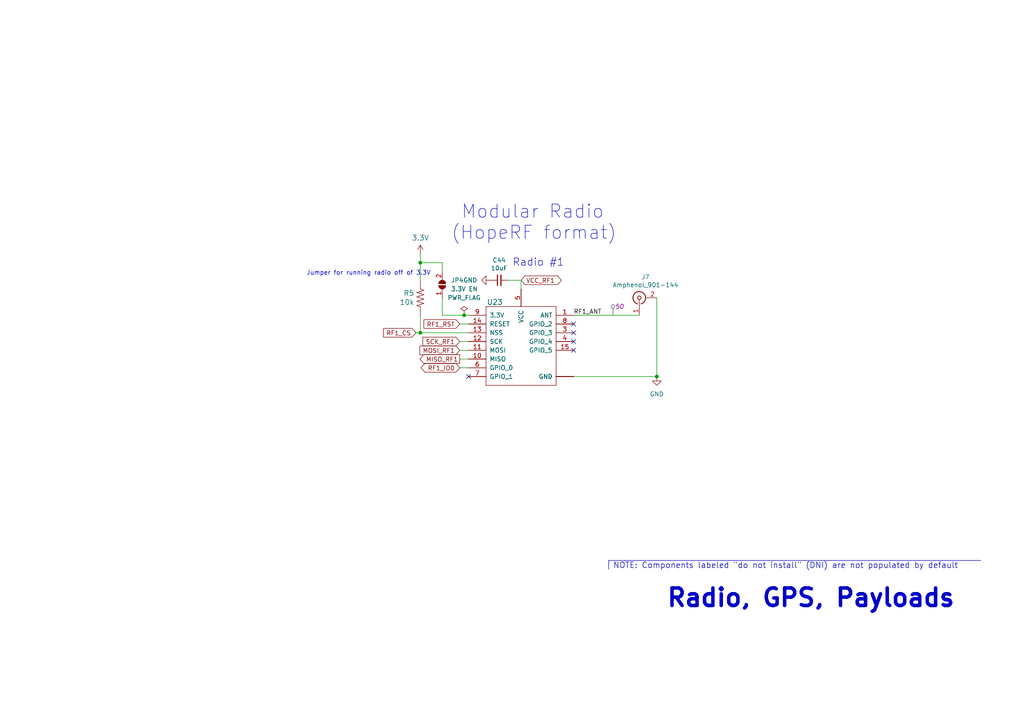
<source format=kicad_sch>
(kicad_sch (version 20230121) (generator eeschema)
  (paper "A4")
  (title_block (title "PyCubed Mainboard") (date "2024-05-14") (rev "v06b") (company "Stanford Student Space Initiative") (comment 1 "Ethan Brinser"))
  (lib_symbols
    (symbol "Connector:Conn_Coaxial" (pin_names (offset 1.016) hide)
      (property "Reference" "J" (at 0.254 3.048 0))
      (property "Value" "Conn_Coaxial" (at 2.921 0 90))
      (symbol "Conn_Coaxial_0_1"
        (arc (start -1.778 -0.508) (mid 0.2311 -1.8066) (end 1.778 0) (stroke (width 0.254)))
        (polyline (pts (xy -2.54 0) (xy -0.508 0)))
        (polyline (pts (xy 0 -2.54) (xy 0 -1.778)))
        (circle (center 0 0) (radius 0.508) (stroke (width 0.2032)))
        (arc (start 1.778 0) (mid 0.2099 1.8101) (end -1.778 0.508) (stroke (width 0.254)))
      )
      (symbol "Conn_Coaxial_1_1"
        (pin passive line (at -5.08 0 0) (length 2.54) (name "In") (number "1"))
        (pin passive line (at 0 -5.08 90) (length 2.54) (name "Ext") (number "2"))
      )
    )
    (symbol "Device:C_Small" (pin_numbers hide) (pin_names (offset 0.254) hide)
      (property "Reference" "C" (at 0.254 1.778 0))
      (property "Value" "C_Small" (at 0.254 -2.032 0))
      (symbol "C_Small_0_1"
        (polyline (pts (xy -1.524 -0.508) (xy 1.524 -0.508)) (stroke (width 0.3302)))
        (polyline (pts (xy -1.524 0.508) (xy 1.524 0.508)) (stroke (width 0.3048)))
      )
      (symbol "C_Small_1_1"
        (pin passive line (at 0 2.54 270) (length 2.032) (name "~") (number "1"))
        (pin passive line (at 0 -2.54 90) (length 2.032) (name "~") (number "2"))
      )
    )
    (symbol "Jumper:SolderJumper_2_Open" (pin_names (offset 0) hide)
      (property "Reference" "JP" (at 0 2.032 0))
      (property "Value" "SolderJumper_2_Open" (at 0 -2.54 0))
      (symbol "SolderJumper_2_Open_0_1"
        (arc (start -0.254 1.016) (mid -1.2656 0) (end -0.254 -1.016))
        (arc (start -0.254 1.016) (mid -1.2656 0) (end -0.254 -1.016) (fill (type outline)))
        (polyline (pts (xy -0.254 1.016) (xy -0.254 -1.016)))
        (polyline (pts (xy 0.254 1.016) (xy 0.254 -1.016)))
        (arc (start 0.254 -1.016) (mid 1.2656 0) (end 0.254 1.016))
        (arc (start 0.254 -1.016) (mid 1.2656 0) (end 0.254 1.016) (fill (type outline)))
      )
      (symbol "SolderJumper_2_Open_1_1"
        (pin passive line (at -3.81 0 0) (length 2.54) (name "A") (number "1"))
        (pin passive line (at 3.81 0 180) (length 2.54) (name "B") (number "2"))
      )
    )
    (symbol "mainboard:10KOHM-1_10W-1%(0603)0603" (pin_names (offset 1.016))
      (property "Reference" "R" (at -3.81 1.4986 0))
      (property "Value" "10KOHM-1_10W-1%(0603)0603" (at -3.81 -3.302 0))
      (symbol "10KOHM-1_10W-1%(0603)0603_1_0"
        (polyline (pts (xy -2.54 0) (xy -2.159 1.016)))
        (polyline (pts (xy -2.159 1.016) (xy -1.524 -1.016)))
        (polyline (pts (xy -1.524 -1.016) (xy -0.889 1.016)))
        (polyline (pts (xy -0.889 1.016) (xy -0.254 -1.016)))
        (polyline (pts (xy -0.254 -1.016) (xy 0.381 1.016)))
        (polyline (pts (xy 0.381 1.016) (xy 1.016 -1.016)))
        (polyline (pts (xy 1.016 -1.016) (xy 1.651 1.016)))
        (polyline (pts (xy 1.651 1.016) (xy 2.286 -1.016)))
        (polyline (pts (xy 2.286 -1.016) (xy 2.54 0)))
        (pin passive line (at -5.08 0 0) (length 2.54) (name "1") (number "1"))
        (pin passive line (at 5.08 0 180) (length 2.54) (name "2") (number "2"))
      )
    )
    (symbol "mainboard:3.3V" (power) (pin_names (offset 1.016))
      (property "Value" "3.3V" (at -1.016 3.556 0))
      (symbol "3.3V_1_0"
        (polyline (pts (xy 0 2.54) (xy -0.762 1.27)))
        (polyline (pts (xy 0.762 1.27) (xy 0 2.54)))
        (pin power_in line (at 0 0 90) (length 2.54) (name "3.3V") (number "1"))
      )
    )
    (symbol "mainboard:RFM98PW" (pin_names (offset 1.016))
      (property "Reference" "U" (at -7.62 10.16 0))
      (symbol "RFM98PW_0_0"
        (pin bidirectional line (at 17.78 -10.16 180) (length 5.08) hide (name "GND") (number "17"))
        (pin bidirectional line (at 2.54 15.24 270) (length 5.08) (name "VCC") (number "5"))
      )
      (symbol "RFM98PW_1_0"
        (polyline (pts (xy -7.62 -12.7) (xy -7.62 10.16)))
        (polyline (pts (xy -7.62 10.16) (xy 12.7 10.16)))
        (polyline (pts (xy 12.7 -12.7) (xy -7.62 -12.7)))
        (polyline (pts (xy 12.7 10.16) (xy 12.7 -12.7)))
        (pin bidirectional line (at 17.78 7.62 180) (length 5.08) (name "ANT") (number "1"))
        (pin bidirectional line (at -12.7 -5.08 0) (length 5.08) (name "MISO") (number "10"))
        (pin bidirectional line (at -12.7 -2.54 0) (length 5.08) (name "MOSI") (number "11"))
        (pin bidirectional line (at -12.7 0 0) (length 5.08) (name "SCK") (number "12"))
        (pin bidirectional line (at -12.7 2.54 0) (length 5.08) (name "NSS") (number "13"))
        (pin bidirectional line (at -12.7 5.08 0) (length 5.08) (name "RESET") (number "14"))
        (pin bidirectional line (at 17.78 -2.54 180) (length 5.08) (name "GPIO_5") (number "15"))
        (pin bidirectional line (at 17.78 -10.16 180) (length 5.08) (name "GND") (number "16"))
        (pin bidirectional line (at 17.78 -10.16 180) (length 5.08) (name "GND") (number "2"))
        (pin bidirectional line (at 17.78 2.54 180) (length 5.08) (name "GPIO_3") (number "3"))
        (pin bidirectional line (at 17.78 0 180) (length 5.08) (name "GPIO_4") (number "4"))
        (pin bidirectional line (at -12.7 -7.62 0) (length 5.08) (name "GPIO_0") (number "6"))
        (pin bidirectional line (at -12.7 -10.16 0) (length 5.08) (name "GPIO_1") (number "7"))
        (pin bidirectional line (at 17.78 5.08 180) (length 5.08) (name "GPIO_2") (number "8"))
        (pin power_in line (at -12.7 7.62 0) (length 5.08) (name "3.3V") (number "9"))
      )
    )
    (symbol "power:GND" (power) (pin_names (offset 0))
      (property "Value" "GND" (at 0 -3.81 0))
      (symbol "GND_0_1"
        (polyline (pts (xy 0 0) (xy 0 -1.27) (xy 1.27 -1.27) (xy 0 -2.54) (xy -1.27 -1.27) (xy 0 -1.27)))
      )
      (symbol "GND_1_1"
        (pin power_in line (at 0 0 270) (length 0) hide (name "GND") (number "1"))
      )
    )
    (symbol "power:PWR_FLAG" (power) (pin_numbers hide) (pin_names (offset 0) hide)
      (property "Value" "PWR_FLAG" (at 0 3.81 0))
      (symbol "PWR_FLAG_0_0"
        (pin power_out line (at 0 0 90) (length 0) (name "pwr") (number "1"))
      )
      (symbol "PWR_FLAG_0_1"
        (polyline (pts (xy 0 0) (xy 0 1.27) (xy -1.016 1.905) (xy 0 2.54) (xy 1.016 1.905) (xy 0 1.27)))
      )
    )
  )
  (junction (at 121.92 76.2))
  (junction (at 134.62 91.44))
  (junction (at 190.5 109.22))
  (junction (at 121.92 96.52))
  (no_connect (at 166.37 101.6))
  (no_connect (at 135.89 109.22))
  (no_connect (at 166.37 96.52))
  (no_connect (at 166.37 93.98))
  (no_connect (at 166.37 99.06))
  (wire (pts (xy 166.37 109.22) (xy 190.5 109.22)))
  (wire (pts (xy 120.65 96.52) (xy 121.92 96.52)))
  (wire (pts (xy 121.92 91.44) (xy 121.92 96.52)))
  (wire (pts (xy 121.92 76.2) (xy 121.92 73.66)))
  (polyline (pts (xy 176.53 162.56) (xy 284.48 162.56)))
  (wire (pts (xy 121.92 96.52) (xy 135.89 96.52)))
  (wire (pts (xy 151.13 81.28) (xy 147.32 81.28)))
  (wire (pts (xy 128.27 76.2) (xy 128.27 78.74)))
  (wire (pts (xy 121.92 76.2) (xy 121.92 81.28)))
  (wire (pts (xy 151.13 81.28) (xy 151.13 83.82)))
  (wire (pts (xy 133.35 106.68) (xy 135.89 106.68)))
  (wire (pts (xy 166.37 91.44) (xy 185.42 91.44)))
  (wire (pts (xy 128.27 86.36) (xy 128.27 91.44)))
  (wire (pts (xy 135.89 101.6) (xy 133.35 101.6)))
  (wire (pts (xy 135.89 93.98) (xy 133.35 93.98)))
  (wire (pts (xy 121.92 76.2) (xy 128.27 76.2)))
  (wire (pts (xy 134.62 91.44) (xy 135.89 91.44)))
  (wire (pts (xy 135.89 104.14) (xy 133.35 104.14)))
  (wire (pts (xy 135.89 99.06) (xy 133.35 99.06)))
  (wire (pts (xy 190.5 86.36) (xy 190.5 109.22)))
  (polyline (pts (xy 176.53 165.1) (xy 176.53 162.56)))
  (wire (pts (xy 128.27 91.44) (xy 134.62 91.44)))
  (text "Radio #1" (at 148.59 77.47 0) (effects (font (size 2.159 2.159)) (justify left bottom)))
  (text " Modular Radio \n(HopeRF format)" (at 130.81 69.85 0) (effects (font (size 3.81 3.81)) (justify left bottom)))
  (text "NOTE: Components labeled \"do not install\" (DNI) are not populated by default" (at 177.8 165.1 0) (effects (font (size 1.651 1.651)) (justify left bottom)))
  (text "Jumper for running radio off of 3.3V" (at 88.9 80.01 0) (effects (font (size 1.27 1.27)) (justify left bottom)))
  (text "Radio, GPS, Payloads" (at 193.04 176.53 0) (effects (font (size 5.08 5.08) (thickness 1.016) bold) (justify left bottom)))
  (label "RF1_ANT" (at 166.37 91.44 0))
  (global_label "MOSI_RF1" (shape input) (at 133.35 101.6 180) (property "Intersheetrefs" "${INTERSHEET_REFS}" (effects hide)))
  (global_label "RF1_IO0" (shape bidirectional) (at 133.35 106.68 180) (property "Intersheetrefs" "${INTERSHEET_REFS}" (effects hide)))
  (global_label "VCC_RF1" (shape bidirectional) (at 151.13 81.28 0) (property "Intersheetrefs" "${INTERSHEET_REFS}" (effects hide)))
  (global_label "RF1_RST" (shape input) (at 133.35 93.98 180) (property "Intersheetrefs" "${INTERSHEET_REFS}" (effects hide)))
  (global_label "SCK_RF1" (shape input) (at 133.35 99.06 180) (property "Intersheetrefs" "${INTERSHEET_REFS}" (effects hide)))
  (global_label "MISO_RF1" (shape output) (at 133.35 104.14 180) (property "Intersheetrefs" "${INTERSHEET_REFS}" (effects hide)))
  (global_label "RF1_CS" (shape input) (at 120.65 96.52 180) (property "Intersheetrefs" "${INTERSHEET_REFS}" (effects hide)))
  (netclass_flag "" (length 2.54) (shape round) (at 177.8 91.44 0) (property "Netclass" "50" (at 178.4096 88.9 0) (effects (font italic) (justify left))))
  (symbol (lib_id "Connector:Conn_Coaxial") (at 185.42 86.36 90) (unit 1)
    (property "Reference" "J7" (at 187.2234 80.3402 90))
    (property "Value" "Amphenol_901-144" (at 187.2234 82.6516 90))
    (property "Footprint" "mainboard:SMA_901-144-horizontal" (effects hide))
    (property "Datasheet" "https://www.amphenolrf.com/library/download/link/link_id/593640/parent/901-144/" (effects hide))
    (property "Description" "Amphenol RF SMA " (effects hide))
    (property "Flight" "901-144" (effects hide))
    (property "Manufacturer_Name" "Amphenol" (effects hide))
    (property "Manufacturer_Part_Number" "901-144" (effects hide))
    (property "Proto" "901-144" (effects hide))
  )
  (symbol (lib_id "mainboard:RFM98PW") (at 148.59 99.06 0) (unit 1)
    (property "Reference" "U23" (at 143.51 87.63 0) (effects (font (size 1.4986 1.4986))))
    (property "Value" "RFM98PW" (effects hide))
    (property "Footprint" "mainboard:RFM98PW" (effects hide))
    (property "Datasheet" "433 MHz 1W Radio" (effects hide))
    (property "Description" "433 MHz 1W Radio" (effects hide))
    (property "Flight" "RFM98PW" (effects hide))
    (property "Manufacturer_Name" "HopeRF" (effects hide))
    (property "Manufacturer_Part_Number" "RFM98PW" (effects hide))
    (property "Proto" "RFM98PW" (effects hide))
  )
  (symbol (lib_id "mainboard:10KOHM-1_10W-1%(0603)0603") (at 121.92 86.36 270) (unit 1)
    (property "Reference" "R5" (at 120.1928 85.0138 90) (effects (font (size 1.4986 1.4986)) (justify right)))
    (property "Value" "10k" (at 120.1928 87.6808 90) (effects (font (size 1.4986 1.4986)) (justify right)))
    (property "Footprint" "Resistor_SMD:R_0603_1608Metric" (effects hide))
    (property "Description" "10k 0603" (effects hide))
  )
  (symbol (lib_id "mainboard:3.3V") (at 121.92 73.66 0) (unit 1)
    (property "Reference" "#SUPPLY0109" (effects hide))
    (property "Value" "3.3V" (at 119.38 69.85 0) (effects (font (size 1.4986 1.4986)) (justify left bottom)))
  )
  (symbol (lib_id "Device:C_Small") (at 144.78 81.28 90) (unit 1)
    (property "Reference" "C44" (at 144.78 75.4634 90))
    (property "Value" "10uF" (at 144.78 77.7748 90))
    (property "Footprint" "Capacitor_SMD:C_0603_1608Metric" (effects hide))
    (property "Description" "10uF +-20% 10V X5R" (effects hide))
  )
  (symbol (lib_id "Jumper:SolderJumper_2_Open") (at 128.27 82.55 90) (unit 1) (in_bom no)
    (property "Reference" "JP4" (at 130.81 81.28 90) (effects (justify right)))
    (property "Value" "3.3V EN" (at 130.81 83.82 90) (effects (justify right)))
    (property "Footprint" "Jumper:SolderJumper-2_P1.3mm_Open_RoundedPad1.0x1.5mm" (effects hide))
  )
  (symbol (lib_id "power:GND") (at 142.24 81.28 270) (unit 1)
    (property "Reference" "#PWR03" (effects hide))
    (property "Value" "GND" (at 138.43 81.28 90) (effects (justify right)))
    (instances (project "mainboard" (path "" (reference "#PWR03") (unit 1)) (path "" (reference "#PWR051") (unit 1))))
  )
  (symbol (lib_id "power:GND") (at 190.5 109.22 0) (unit 1)
    (property "Reference" "#PWR03" (effects hide))
    (property "Value" "GND" (at 190.5 114.3 0))
    (instances (project "mainboard" (path "" (reference "#PWR03") (unit 1)) (path "" (reference "#PWR050") (unit 1))))
  )
  (symbol (lib_id "power:PWR_FLAG") (at 134.62 91.44 0) (unit 1)
    (property "Reference" "#FLG06" (effects hide))
    (property "Value" "PWR_FLAG" (at 134.62 86.36 0))
  )
)
</source>
